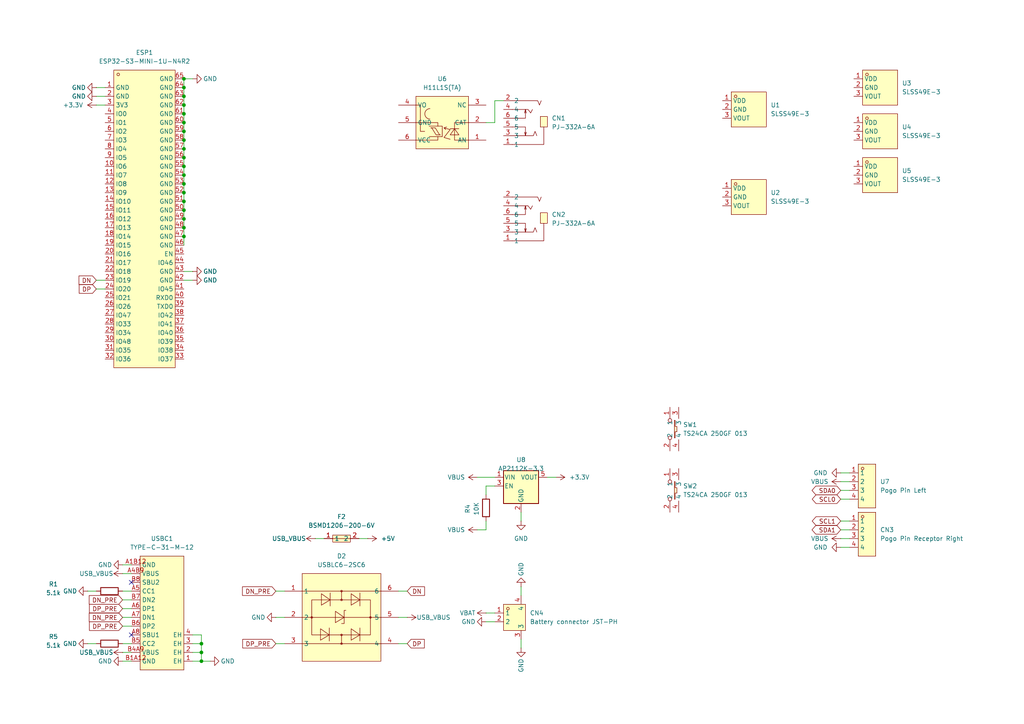
<source format=kicad_sch>
(kicad_sch (version 20250114) (generator "eeschema") (generator_version "9.0")
  (paper "A4")
  (lib_symbols
    (symbol "Device:R" (pin_numbers (hide yes)) (pin_names (offset 0))
      (property "Reference" "R" (at 2.032 0 90))
      (property "Value" "R" (at 0 0 90))
      (symbol "R_0_1"
        (rectangle (start -1.016 -2.54) (end 1.016 2.54) (stroke (width 0.254)))
      )
      (symbol "R_1_1"
        (pin passive line (at 0 3.81 270) (length 1.27) (name "~") (number "1"))
        (pin passive line (at 0 -3.81 90) (length 1.27) (name "~") (number "2"))
      )
    )
    (symbol "Regulator_Linear:AP2112K-3.3" (pin_names (offset 0.254))
      (property "Reference" "U" (at -5.08 5.715 0))
      (property "Value" "AP2112K-3.3" (at 0 5.715 0))
      (symbol "AP2112K-3.3_0_1"
        (rectangle (start -5.08 4.445) (end 5.08 -5.08) (stroke (width 0.254)) (fill (type background)))
      )
      (symbol "AP2112K-3.3_1_1"
        (pin power_in line (at -7.62 2.54 0) (length 2.54) (name "VIN") (number "1"))
        (pin input line (at -7.62 0 0) (length 2.54) (name "EN") (number "3"))
        (pin power_in line (at 0 -7.62 90) (length 2.54) (name "GND") (number "2"))
        (pin no_connect line (at 5.08 0 180) (length 2.54) (hide yes) (name "NC") (number "4"))
        (pin power_out line (at 7.62 2.54 180) (length 2.54) (name "VOUT") (number "5"))
      )
    )
    (symbol "easyeda2kicad:BSMD1206-200-6V"
      (property "Reference" "F" (at 0 5.08 0))
      (property "Value" "BSMD1206-200-6V" (at 0 -5.08 0))
      (symbol "BSMD1206-200-6V_0_1"
        (rectangle (start -2.54 1.02) (end 2.54 -1.02) (fill (type background)))
        (polyline (pts (xy -2.54 0) (xy 2.54 0)))
        (pin unspecified line (at -5.08 0 0) (length 2.54) (name "1") (number "1"))
        (pin unspecified line (at 5.08 0 180) (length 2.54) (name "2") (number "2"))
      )
    )
    (symbol "easyeda2kicad:ESP32-S3-MINI-1U-N4R2"
      (property "Reference" "ESP" (at 0 45.72 0))
      (property "Value" "ESP32-S3-MINI-1U-N4R2" (at 0 -45.72 0))
      (symbol "ESP32-S3-MINI-1U-N4R2_0_1"
        (rectangle (start -10.16 43.18) (end 7.62 -43.18) (fill (type background)))
        (circle (center -8.89 41.91) (radius 0.38))
        (pin unspecified line (at -12.7 38.1 0) (length 2.54) (name "GND") (number "1"))
        (pin unspecified line (at -12.7 35.56 0) (length 2.54) (name "GND") (number "2"))
        (pin unspecified line (at -12.7 33.02 0) (length 2.54) (name "3V3") (number "3"))
        (pin unspecified line (at -12.7 30.48 0) (length 2.54) (name "IO0") (number "4"))
        (pin unspecified line (at -12.7 27.94 0) (length 2.54) (name "IO1") (number "5"))
        (pin unspecified line (at -12.7 25.4 0) (length 2.54) (name "IO2") (number "6"))
        (pin unspecified line (at -12.7 22.86 0) (length 2.54) (name "IO3") (number "7"))
        (pin unspecified line (at -12.7 20.32 0) (length 2.54) (name "IO4") (number "8"))
        (pin unspecified line (at -12.7 17.78 0) (length 2.54) (name "IO5") (number "9"))
        (pin unspecified line (at -12.7 15.24 0) (length 2.54) (name "IO6") (number "10"))
        (pin unspecified line (at -12.7 12.7 0) (length 2.54) (name "IO7") (number "11"))
        (pin unspecified line (at -12.7 10.16 0) (length 2.54) (name "IO8") (number "12"))
        (pin unspecified line (at -12.7 7.62 0) (length 2.54) (name "IO9") (number "13"))
        (pin unspecified line (at -12.7 5.08 0) (length 2.54) (name "IO10") (number "14"))
        (pin unspecified line (at -12.7 2.54 0) (length 2.54) (name "IO11") (number "15"))
        (pin unspecified line (at -12.7 0 0) (length 2.54) (name "IO12") (number "16"))
        (pin unspecified line (at -12.7 -2.54 0) (length 2.54) (name "IO13") (number "17"))
        (pin unspecified line (at -12.7 -5.08 0) (length 2.54) (name "IO14") (number "18"))
        (pin unspecified line (at -12.7 -7.62 0) (length 2.54) (name "IO15") (number "19"))
        (pin unspecified line (at -12.7 -10.16 0) (length 2.54) (name "IO16") (number "20"))
        (pin unspecified line (at -12.7 -12.7 0) (length 2.54) (name "IO17") (number "21"))
        (pin unspecified line (at -12.7 -15.24 0) (length 2.54) (name "IO18") (number "22"))
        (pin unspecified line (at -12.7 -17.78 0) (length 2.54) (name "IO19") (number "23"))
        (pin unspecified line (at -12.7 -20.32 0) (length 2.54) (name "IO20") (number "24"))
        (pin unspecified line (at -12.7 -22.86 0) (length 2.54) (name "IO21") (number "25"))
        (pin unspecified line (at -12.7 -25.4 0) (length 2.54) (name "IO26") (number "26"))
        (pin unspecified line (at -12.7 -27.94 0) (length 2.54) (name "IO47") (number "27"))
        (pin unspecified line (at -12.7 -30.48 0) (length 2.54) (name "IO33") (number "28"))
        (pin unspecified line (at -12.7 -33.02 0) (length 2.54) (name "IO34") (number "29"))
        (pin unspecified line (at -12.7 -35.56 0) (length 2.54) (name "IO48") (number "30"))
        (pin unspecified line (at -12.7 -38.1 0) (length 2.54) (name "IO35") (number "31"))
        (pin unspecified line (at -12.7 -40.64 0) (length 2.54) (name "IO36") (number "32"))
        (pin unspecified line (at 10.16 40.64 180) (length 2.54) (name "GND") (number "65"))
        (pin unspecified line (at 10.16 38.1 180) (length 2.54) (name "GND") (number "64"))
        (pin unspecified line (at 10.16 35.56 180) (length 2.54) (name "GND") (number "63"))
        (pin unspecified line (at 10.16 33.02 180) (length 2.54) (name "GND") (number "62"))
        (pin unspecified line (at 10.16 30.48 180) (length 2.54) (name "GND") (number "61"))
        (pin unspecified line (at 10.16 27.94 180) (length 2.54) (name "GND") (number "60"))
        (pin unspecified line (at 10.16 25.4 180) (length 2.54) (name "GND") (number "59"))
        (pin unspecified line (at 10.16 22.86 180) (length 2.54) (name "GND") (number "58"))
        (pin unspecified line (at 10.16 20.32 180) (length 2.54) (name "GND") (number "57"))
        (pin unspecified line (at 10.16 17.78 180) (length 2.54) (name "GND") (number "56"))
        (pin unspecified line (at 10.16 15.24 180) (length 2.54) (name "GND") (number "55"))
        (pin unspecified line (at 10.16 12.7 180) (length 2.54) (name "GND") (number "54"))
        (pin unspecified line (at 10.16 10.16 180) (length 2.54) (name "GND") (number "53"))
        (pin unspecified line (at 10.16 7.62 180) (length 2.54) (name "GND") (number "52"))
        (pin unspecified line (at 10.16 5.08 180) (length 2.54) (name "GND") (number "51"))
        (pin unspecified line (at 10.16 2.54 180) (length 2.54) (name "GND") (number "50"))
        (pin unspecified line (at 10.16 0 180) (length 2.54) (name "GND") (number "49"))
        (pin unspecified line (at 10.16 -2.54 180) (length 2.54) (name "GND") (number "48"))
        (pin unspecified line (at 10.16 -5.08 180) (length 2.54) (name "GND") (number "47"))
        (pin unspecified line (at 10.16 -7.62 180) (length 2.54) (name "GND") (number "46"))
        (pin unspecified line (at 10.16 -10.16 180) (length 2.54) (name "EN") (number "45"))
        (pin unspecified line (at 10.16 -12.7 180) (length 2.54) (name "IO46") (number "44"))
        (pin unspecified line (at 10.16 -15.24 180) (length 2.54) (name "GND") (number "43"))
        (pin unspecified line (at 10.16 -17.78 180) (length 2.54) (name "GND") (number "42"))
        (pin unspecified line (at 10.16 -20.32 180) (length 2.54) (name "IO45") (number "41"))
        (pin unspecified line (at 10.16 -22.86 180) (length 2.54) (name "RXD0") (number "40"))
        (pin unspecified line (at 10.16 -25.4 180) (length 2.54) (name "TXD0") (number "39"))
        (pin unspecified line (at 10.16 -27.94 180) (length 2.54) (name "IO42") (number "38"))
        (pin unspecified line (at 10.16 -30.48 180) (length 2.54) (name "IO41") (number "37"))
        (pin unspecified line (at 10.16 -33.02 180) (length 2.54) (name "IO40") (number "36"))
        (pin unspecified line (at 10.16 -35.56 180) (length 2.54) (name "IO39") (number "35"))
        (pin unspecified line (at 10.16 -38.1 180) (length 2.54) (name "IO38") (number "34"))
        (pin unspecified line (at 10.16 -40.64 180) (length 2.54) (name "IO37") (number "33"))
      )
    )
    (symbol "easyeda2kicad:H11L1S(TA)"
      (property "Reference" "U" (at 0 10.16 0))
      (property "Value" "H11L1S(TA)" (at 0 -10.16 0))
      (symbol "H11L1S(TA)_0_1"
        (rectangle (start -7.62 7.62) (end 7.62 -7.62) (fill (type background)))
        (polyline (pts (xy -7.62 -5.08) (xy -1.27 -5.08) (xy -1.27 -4.06)))
        (polyline (pts (xy -5.08 -2.54) (xy -6.35 -2.54) (xy -6.35 5.08) (xy -7.62 5.08)))
        (arc (start -3.56 1.02) (mid -5.0521 2.54) (end -3.56 4.06))
        (polyline (pts (xy -3.3 -1.52) (xy -3.05 -1.52) (xy -2.03 -1.52)))
        (polyline (pts (xy -1.27 -1.02) (xy -1.27 0) (xy -7.62 0)))
        (polyline (pts (xy -0.76 -3.56) (xy -2.03 -1.52)))
        (polyline (pts (xy -0.51 -3.56) (xy -1.78 -3.56) (xy -3.05 -1.52) (xy -3.3 -1.52)))
        (polyline (pts (xy 0 -4.06) (xy -3.81 -4.06)))
        (polyline (pts (xy 0 -4.06) (xy 0 -1.02) (xy -3.81 -1.02)))
        (polyline (pts (xy 0.51 -1.52) (xy 1.27 -1.27)))
        (polyline (pts (xy 2.29 -4.83) (xy 0.51 -4.32) (xy 2.29 -2.03) (xy 0.51 -1.52) (xy 1.02 -2.03)))
        (polyline (pts (xy 4.83 -1.78) (xy 2.29 -1.78)))
        (polyline (pts (xy 4.83 -3.56) (xy 2.29 -3.56) (xy 3.56 -1.78) (xy 4.83 -3.56)) (fill (type background)))
        (polyline (pts (xy 7.62 -5.08) (xy 3.56 -5.08) (xy 3.56 0) (xy 7.62 0)))
        (pin unspecified line (at -12.7 5.08 0) (length 5.08) (name "VO") (number "4"))
        (pin unspecified line (at -12.7 0 0) (length 5.08) (name "GND") (number "5"))
        (pin unspecified line (at -12.7 -5.08 0) (length 5.08) (name "VCC") (number "6"))
        (pin unspecified line (at 12.7 5.08 180) (length 5.08) (name "NC") (number "3"))
        (pin unspecified line (at 12.7 0 180) (length 5.08) (name "CAT") (number "2"))
        (pin unspecified line (at 12.7 -5.08 180) (length 5.08) (name "AN") (number "1"))
      )
    )
    (symbol "easyeda2kicad:PJ-332A-6A"
      (property "Reference" "CN" (at 0 12.7 0))
      (property "Value" "PJ-332A-6A" (at 0 -10.16 0))
      (symbol "PJ-332A-6A_0_1"
        (rectangle (start -10.16 2.54) (end -8.13 -0.51) (fill (type background)))
        (polyline (pts (xy -3.81 5.08) (xy -3.56 4.06)))
        (polyline (pts (xy -3.81 -2.54) (xy -4.06 -1.52)))
        (polyline (pts (xy 0 7.62) (xy -9.14 7.62) (xy -9.14 2.54)))
        (polyline (pts (xy 0 5.08) (xy -6.1 5.08) (xy -6.6 3.81) (xy -7.11 5.08)))
        (polyline (pts (xy 0 2.54) (xy -3.81 2.54) (xy -3.81 5.08) (xy -4.06 4.06)))
        (polyline (pts (xy 0 0) (xy -3.81 0) (xy -3.81 -2.54) (xy -3.56 -1.52)))
        (polyline (pts (xy 0 -2.54) (xy -4.57 -2.54) (xy -5.33 -1.52) (xy -5.84 -2.54)))
        (polyline (pts (xy 0 -5.08) (xy -7.37 -5.08) (xy -7.87 -3.81) (xy -8.38 -5.08)))
        (pin unspecified line (at 2.54 7.62 180) (length 2.54) (name "1") (number "1"))
        (pin unspecified line (at 2.54 5.08 180) (length 2.54) (name "3") (number "3"))
        (pin unspecified line (at 2.54 2.54 180) (length 2.54) (name "5") (number "5"))
        (pin unspecified line (at 2.54 0 180) (length 2.54) (name "6") (number "6"))
        (pin unspecified line (at 2.54 -2.54 180) (length 2.54) (name "4") (number "4"))
        (pin unspecified line (at 2.54 -5.08 180) (length 2.54) (name "2") (number "2"))
      )
    )
    (symbol "easyeda2kicad:S2B-PH-SM4-TB(LF)(SN)"
      (property "Reference" "CN" (at 0 11.43 0))
      (property "Value" "S2B-PH-SM4-TB(LF)(SN)" (at 0 -11.43 0))
      (symbol "S2B-PH-SM4-TB(LF)(SN)_0_1"
        (rectangle (start -1.27 3.81) (end 5.08 -3.81) (fill (type background)))
        (circle (center 0 2.54) (radius 0.38))
        (pin unspecified line (at -3.81 1.27 0) (length 2.54) (name "1") (number "1"))
        (pin unspecified line (at -3.81 -1.27 0) (length 2.54) (name "2") (number "2"))
        (pin unspecified line (at 3.81 6.35 270) (length 2.54) (name "4") (number "4"))
        (pin unspecified line (at 3.81 -6.35 90) (length 2.54) (name "3") (number "3"))
      )
    )
    (symbol "easyeda2kicad:SLSS49E-3"
      (property "Reference" "U" (at 0 7.62 0))
      (property "Value" "SLSS49E-3" (at 0 -7.62 0))
      (symbol "SLSS49E-3_0_1"
        (rectangle (start -5.08 5.08) (end 5.08 -5.08) (fill (type background)))
        (circle (center -3.81 3.81) (radius 0.38))
        (pin unspecified line (at -7.62 2.54 0) (length 2.54) (name "VDD") (number "1"))
        (pin unspecified line (at -7.62 0 0) (length 2.54) (name "GND") (number "2"))
        (pin unspecified line (at -7.62 -2.54 0) (length 2.54) (name "VOUT") (number "3"))
      )
    )
    (symbol "easyeda2kicad:TS24CA250GF013"
      (property "Reference" "SW" (at 0 7.62 0))
      (property "Value" "TS24CA 250GF 013" (at 0 -5.08 0))
      (symbol "TS24CA250GF013_0_1"
        (polyline (pts (xy -3.81 1.27) (xy 1.27 1.27) (xy 1.27 1.52) (xy -0.51 1.52) (xy -0.51 2.03) (xy -2.03 2.03) (xy -2.03 1.52) (xy -3.81 1.52) (xy -3.81 1.27)) (fill (type background)))
        (circle (center -3.81 0) (radius 0.51))
        (circle (center 1.27 0) (radius 0.51))
        (pin unspecified line (at -7.62 2.54 0) (length 3.302) (name "3") (number "3"))
        (pin unspecified line (at -7.62 0 0) (length 3.302) (name "1") (number "1"))
        (pin unspecified line (at 5.08 2.54 180) (length 3.302) (name "4") (number "4"))
        (pin unspecified line (at 5.08 0 180) (length 3.302) (name "2") (number "2"))
      )
    )
    (symbol "easyeda2kicad:TYPE-C-31-M-12"
      (property "Reference" "USBC" (at 0 19.05 0))
      (property "Value" "TYPE-C-31-M-12" (at 0 -19.05 0))
      (symbol "TYPE-C-31-M-12_0_1"
        (rectangle (start -6.35 16.51) (end 6.35 -16.51) (fill (type background)))
        (pin unspecified line (at -8.89 13.97 0) (length 2.54) (name "GND") (number "A1B12"))
        (pin unspecified line (at -8.89 11.43 0) (length 2.54) (name "VBUS") (number "A4B9"))
        (pin unspecified line (at -8.89 8.89 0) (length 2.54) (name "SBU2") (number "B8"))
        (pin unspecified line (at -8.89 6.35 0) (length 2.54) (name "CC1") (number "A5"))
        (pin unspecified line (at -8.89 3.81 0) (length 2.54) (name "DN2") (number "B7"))
        (pin unspecified line (at -8.89 1.27 0) (length 2.54) (name "DP1") (number "A6"))
        (pin unspecified line (at -8.89 -1.27 0) (length 2.54) (name "DN1") (number "A7"))
        (pin unspecified line (at -8.89 -3.81 0) (length 2.54) (name "DP2") (number "B6"))
        (pin unspecified line (at -8.89 -6.35 0) (length 2.54) (name "SBU1") (number "A8"))
        (pin unspecified line (at -8.89 -8.89 0) (length 2.54) (name "CC2") (number "B5"))
        (pin unspecified line (at -8.89 -11.43 0) (length 2.54) (name "VBUS") (number "B4A9"))
        (pin unspecified line (at -8.89 -13.97 0) (length 2.54) (name "GND") (number "B1A12"))
        (pin unspecified line (at 8.89 -6.35 180) (length 2.54) (name "EH") (number "4"))
        (pin unspecified line (at 8.89 -8.89 180) (length 2.54) (name "EH") (number "3"))
        (pin unspecified line (at 8.89 -11.43 180) (length 2.54) (name "EH") (number "2"))
        (pin unspecified line (at 8.89 -13.97 180) (length 2.54) (name "EH") (number "1"))
      )
    )
    (symbol "easyeda2kicad:USBLC6-2SC6"
      (property "Reference" "D" (at 0 12.7 0))
      (property "Value" "USBLC6-2SC6" (at 0 -12.7 0))
      (symbol "USBLC6-2SC6_0_1"
        (rectangle (start -11.43 12.7) (end 11.43 -12.7) (fill (type background)))
        (polyline (pts (xy -11.43 7.62) (xy 11.43 7.62)))
        (polyline (pts (xy -11.43 0) (xy 11.43 0)))
        (polyline (pts (xy -11.43 -7.62) (xy 11.43 -7.62)))
        (circle (center -8.64 0) (radius 0.25))
        (polyline (pts (xy -8.64 0) (xy -8.64 5.08) (xy 8.38 5.08) (xy 8.38 -5.08) (xy -8.64 -5.08) (xy -8.64 0)) (fill (type background)))
        (polyline (pts (xy -6.1 -6.6) (xy -3.56 -5.08) (xy -6.1 -3.3) (xy -6.1 -6.6)) (fill (type background)))
        (polyline (pts (xy -5.84 3.56) (xy -3.3 5.08) (xy -5.84 6.86) (xy -5.84 3.56)) (fill (type background)))
        (polyline (pts (xy -3.56 -3.05) (xy -3.56 -3.05) (xy -3.56 -6.86) (xy -3.56 -6.86)))
        (polyline (pts (xy -3.3 7.11) (xy -3.3 7.11) (xy -3.3 3.3) (xy -3.3 3.3)))
        (polyline (pts (xy -1.78 -1.52) (xy 0.76 0) (xy -1.78 1.78) (xy -1.78 -1.52)) (fill (type background)))
        (circle (center 0 7.62) (radius 0.25))
        (polyline (pts (xy 0 7.62) (xy 0 5.08)))
        (circle (center 0 5.08) (radius 0.25))
        (circle (center 0 -5.08) (radius 0.25))
        (polyline (pts (xy 0 -7.62) (xy 0 -5.08)))
        (circle (center 0 -7.62) (radius 0.25))
        (polyline (pts (xy 1.27 2.03) (xy 0.76 2.03) (xy 0.76 -1.78) (xy 0 -1.78)))
        (polyline (pts (xy 2.79 3.56) (xy 5.33 5.08) (xy 2.79 6.86) (xy 2.79 3.56)) (fill (type background)))
        (polyline (pts (xy 2.79 -6.6) (xy 5.33 -5.08) (xy 2.79 -3.3) (xy 2.79 -6.6)) (fill (type background)))
        (polyline (pts (xy 5.33 7.11) (xy 5.33 7.11) (xy 5.33 3.3) (xy 5.33 3.3)))
        (polyline (pts (xy 5.33 -3.05) (xy 5.33 -3.05) (xy 5.33 -6.86) (xy 5.33 -6.86)))
        (circle (center 8.38 0) (radius 0.25))
        (pin input line (at -16.51 7.62 0) (length 5.08) (name "1") (number "1"))
        (pin input line (at -16.51 0 0) (length 5.08) (name "2") (number "2"))
        (pin input line (at -16.51 -7.62 0) (length 5.08) (name "3") (number "3"))
        (pin input line (at 16.51 7.62 180) (length 5.08) (name "6") (number "6"))
        (pin input line (at 16.51 0 180) (length 5.08) (name "5") (number "5"))
        (pin input line (at 16.51 -7.62 180) (length 5.08) (name "4") (number "4"))
      )
    )
    (symbol "easyeda2kicad:YZ165615055F-04025-01"
      (property "Reference" "U" (at 0 8.89 0))
      (property "Value" "YZ165615055F-04025-01" (at 0 -8.89 0))
      (symbol "YZ165615055F-04025-01_0_1"
        (rectangle (start -2.54 6.35) (end 2.54 -6.35) (fill (type background)))
        (circle (center -1.27 5.08) (radius 0.38))
        (pin unspecified line (at -5.08 3.81 0) (length 2.54) (name "1") (number "1"))
        (pin unspecified line (at -5.08 1.27 0) (length 2.54) (name "2") (number "2"))
        (pin unspecified line (at -5.08 -1.27 0) (length 2.54) (name "3") (number "3"))
        (pin unspecified line (at -5.08 -3.81 0) (length 2.54) (name "4") (number "4"))
      )
    )
    (symbol "easyeda2kicad:YZ199315035T-04025-01"
      (property "Reference" "CN" (at 0 8.89 0))
      (property "Value" "YZ199315035T-04025-01" (at 0 -8.89 0))
      (symbol "YZ199315035T-04025-01_0_1"
        (rectangle (start -2.54 6.35) (end 2.54 -6.35) (fill (type background)))
        (circle (center -1.27 5.08) (radius 0.38))
        (pin unspecified line (at -5.08 3.81 0) (length 2.54) (name "1") (number "1"))
        (pin unspecified line (at -5.08 1.27 0) (length 2.54) (name "2") (number "2"))
        (pin unspecified line (at -5.08 -1.27 0) (length 2.54) (name "3") (number "3"))
        (pin unspecified line (at -5.08 -3.81 0) (length 2.54) (name "4") (number "4"))
      )
    )
    (symbol "power:+3.3V" (power) (pin_numbers (hide yes)) (pin_names (offset 0) (hide yes))
      (property "Value" "+3.3V" (at 0 3.556 0))
      (symbol "+3.3V_0_1"
        (polyline (pts (xy -0.762 1.27) (xy 0 2.54)))
        (polyline (pts (xy 0 2.54) (xy 0.762 1.27)))
        (polyline (pts (xy 0 0) (xy 0 2.54)))
      )
      (symbol "+3.3V_1_1"
        (pin power_in line (at 0 0 90) (length 0) (name "~") (number "1"))
      )
    )
    (symbol "power:+5V" (power) (pin_numbers (hide yes)) (pin_names (offset 0) (hide yes))
      (property "Value" "+5V" (at 0 3.556 0))
      (symbol "+5V_0_1"
        (polyline (pts (xy -0.762 1.27) (xy 0 2.54)))
        (polyline (pts (xy 0 2.54) (xy 0.762 1.27)))
        (polyline (pts (xy 0 0) (xy 0 2.54)))
      )
      (symbol "+5V_1_1"
        (pin power_in line (at 0 0 90) (length 0) (name "~") (number "1"))
      )
    )
    (symbol "power:GND" (power) (pin_numbers (hide yes)) (pin_names (offset 0) (hide yes))
      (property "Value" "GND" (at 0 -3.81 0))
      (symbol "GND_0_1"
        (polyline (pts (xy 0 0) (xy 0 -1.27) (xy 1.27 -1.27) (xy 0 -2.54) (xy -1.27 -1.27) (xy 0 -1.27)))
      )
      (symbol "GND_1_1"
        (pin power_in line (at 0 0 270) (length 0) (name "~") (number "1"))
      )
    )
    (symbol "power:VBUS" (power) (pin_numbers (hide yes)) (pin_names (offset 0) (hide yes))
      (property "Value" "VBUS" (at 0 3.556 0))
      (symbol "VBUS_0_1"
        (polyline (pts (xy -0.762 1.27) (xy 0 2.54)))
        (polyline (pts (xy 0 2.54) (xy 0.762 1.27)))
        (polyline (pts (xy 0 0) (xy 0 2.54)))
      )
      (symbol "VBUS_1_1"
        (pin power_in line (at 0 0 90) (length 0) (name "~") (number "1"))
      )
    )
  )
  (junction (at 53.34 38.1))
  (junction (at 53.34 35.56))
  (junction (at 53.34 55.88))
  (junction (at 53.34 58.42))
  (junction (at 53.34 33.02))
  (junction (at 53.34 63.5))
  (junction (at 53.34 27.94))
  (junction (at 58.42 191.77))
  (junction (at 53.34 25.4))
  (junction (at 53.34 22.86))
  (junction (at 58.42 189.23))
  (junction (at 53.34 43.18))
  (junction (at 53.34 40.64))
  (junction (at 53.34 53.34))
  (junction (at 53.34 45.72))
  (junction (at 53.34 50.8))
  (junction (at 53.34 30.48))
  (junction (at 53.34 48.26))
  (junction (at 53.34 68.58))
  (junction (at 58.42 186.69))
  (junction (at 53.34 66.04))
  (junction (at 53.34 60.96))
  (no_connect (at 38.1 184.15))
  (no_connect (at 38.1 168.91))
  (wire (pts (xy 53.34 22.86) (xy 53.34 25.4)))
  (wire (pts (xy 151.13 151.13) (xy 151.13 148.59)))
  (wire (pts (xy 140.97 177.8) (xy 143.51 177.8)))
  (wire (pts (xy 243.84 153.67) (xy 246.38 153.67)))
  (wire (pts (xy 53.34 78.74) (xy 55.88 78.74)))
  (wire (pts (xy 55.88 191.77) (xy 58.42 191.77)))
  (wire (pts (xy 30.48 25.4) (xy 27.94 25.4)))
  (wire (pts (xy 53.34 68.58) (xy 53.34 71.12)))
  (wire (pts (xy 243.84 139.7) (xy 246.38 139.7)))
  (wire (pts (xy 55.88 189.23) (xy 58.42 189.23)))
  (wire (pts (xy 53.34 60.96) (xy 53.34 63.5)))
  (wire (pts (xy 53.34 63.5) (xy 53.34 66.04)))
  (wire (pts (xy 53.34 35.56) (xy 53.34 38.1)))
  (wire (pts (xy 140.97 140.97) (xy 143.51 140.97)))
  (wire (pts (xy 53.34 22.86) (xy 55.88 22.86)))
  (wire (pts (xy 53.34 27.94) (xy 53.34 30.48)))
  (wire (pts (xy 140.97 180.34) (xy 143.51 180.34)))
  (wire (pts (xy 53.34 33.02) (xy 53.34 35.56)))
  (wire (pts (xy 35.56 191.77) (xy 38.1 191.77)))
  (wire (pts (xy 58.42 189.23) (xy 58.42 191.77)))
  (wire (pts (xy 35.56 181.61) (xy 38.1 181.61)))
  (wire (pts (xy 35.56 163.83) (xy 38.1 163.83)))
  (wire (pts (xy 53.34 50.8) (xy 53.34 53.34)))
  (wire (pts (xy 151.13 170.18) (xy 151.13 172.72)))
  (wire (pts (xy 82.55 186.69) (xy 80.01 186.69)))
  (wire (pts (xy 80.01 179.07) (xy 82.55 179.07)))
  (wire (pts (xy 58.42 191.77) (xy 60.96 191.77)))
  (wire (pts (xy 53.34 45.72) (xy 53.34 48.26)))
  (wire (pts (xy 243.84 156.21) (xy 246.38 156.21)))
  (wire (pts (xy 53.34 53.34) (xy 53.34 55.88)))
  (wire (pts (xy 118.11 179.07) (xy 115.57 179.07)))
  (wire (pts (xy 243.84 144.78) (xy 246.38 144.78)))
  (wire (pts (xy 140.97 153.67) (xy 140.97 151.13)))
  (wire (pts (xy 35.56 186.69) (xy 38.1 186.69)))
  (wire (pts (xy 53.34 48.26) (xy 53.34 50.8)))
  (wire (pts (xy 161.29 138.43) (xy 158.75 138.43)))
  (wire (pts (xy 35.56 171.45) (xy 38.1 171.45)))
  (wire (pts (xy 104.14 156.21) (xy 106.68 156.21)))
  (wire (pts (xy 243.84 137.16) (xy 246.38 137.16)))
  (wire (pts (xy 243.84 142.24) (xy 246.38 142.24)))
  (wire (pts (xy 55.88 186.69) (xy 58.42 186.69)))
  (wire (pts (xy 143.51 35.56) (xy 140.97 35.56)))
  (wire (pts (xy 53.34 40.64) (xy 53.34 43.18)))
  (wire (pts (xy 58.42 186.69) (xy 58.42 189.23)))
  (wire (pts (xy 53.34 38.1) (xy 53.34 40.64)))
  (wire (pts (xy 243.84 158.75) (xy 246.38 158.75)))
  (wire (pts (xy 27.94 30.48) (xy 30.48 30.48)))
  (wire (pts (xy 27.94 81.28) (xy 30.48 81.28)))
  (wire (pts (xy 138.43 153.67) (xy 140.97 153.67)))
  (wire (pts (xy 53.34 81.28) (xy 55.88 81.28)))
  (wire (pts (xy 53.34 58.42) (xy 53.34 60.96)))
  (wire (pts (xy 140.97 140.97) (xy 140.97 143.51)))
  (wire (pts (xy 30.48 27.94) (xy 27.94 27.94)))
  (wire (pts (xy 53.34 66.04) (xy 53.34 68.58)))
  (wire (pts (xy 143.51 29.21) (xy 143.51 35.56)))
  (wire (pts (xy 35.56 166.37) (xy 38.1 166.37)))
  (wire (pts (xy 53.34 43.18) (xy 53.34 45.72)))
  (wire (pts (xy 35.56 176.53) (xy 38.1 176.53)))
  (wire (pts (xy 243.84 151.13) (xy 246.38 151.13)))
  (wire (pts (xy 53.34 30.48) (xy 53.34 33.02)))
  (wire (pts (xy 58.42 184.15) (xy 58.42 186.69)))
  (wire (pts (xy 27.94 186.69) (xy 25.4 186.69)))
  (wire (pts (xy 35.56 189.23) (xy 38.1 189.23)))
  (wire (pts (xy 138.43 138.43) (xy 143.51 138.43)))
  (wire (pts (xy 118.11 186.69) (xy 115.57 186.69)))
  (wire (pts (xy 82.55 171.45) (xy 80.01 171.45)))
  (wire (pts (xy 91.44 156.21) (xy 93.98 156.21)))
  (wire (pts (xy 35.56 173.99) (xy 38.1 173.99)))
  (wire (pts (xy 146.05 29.21) (xy 143.51 29.21)))
  (wire (pts (xy 118.11 171.45) (xy 115.57 171.45)))
  (wire (pts (xy 27.94 83.82) (xy 30.48 83.82)))
  (wire (pts (xy 55.88 184.15) (xy 58.42 184.15)))
  (wire (pts (xy 35.56 179.07) (xy 38.1 179.07)))
  (wire (pts (xy 53.34 25.4) (xy 53.34 27.94)))
  (wire (pts (xy 53.34 55.88) (xy 53.34 58.42)))
  (wire (pts (xy 151.13 187.96) (xy 151.13 185.42)))
  (wire (pts (xy 27.94 171.45) (xy 25.4 171.45)))
  (global_label "DP_PRE" (shape input) (at 35.56 181.61 180) (property "Intersheetrefs" "${INTERSHEET_REFS}" (effects (hide yes))))
  (global_label "DP_PRE" (shape input) (at 80.01 186.69 180) (property "Intersheetrefs" "${INTERSHEET_REFS}" (effects (hide yes))))
  (global_label "SDA1" (shape bidirectional) (at 243.84 153.67 180) (property "Intersheetrefs" "${INTERSHEET_REFS}" (effects (hide yes))))
  (global_label "DN_PRE" (shape input) (at 35.56 179.07 180) (property "Intersheetrefs" "${INTERSHEET_REFS}" (effects (hide yes))))
  (global_label "DN_PRE" (shape input) (at 35.56 173.99 180) (property "Intersheetrefs" "${INTERSHEET_REFS}" (effects (hide yes))))
  (global_label "SCL0" (shape bidirectional) (at 243.84 144.78 180) (property "Intersheetrefs" "${INTERSHEET_REFS}" (effects (hide yes))))
  (global_label "DP_PRE" (shape input) (at 35.56 176.53 180) (property "Intersheetrefs" "${INTERSHEET_REFS}" (effects (hide yes))))
  (global_label "SCL1" (shape bidirectional) (at 243.84 151.13 180) (property "Intersheetrefs" "${INTERSHEET_REFS}" (effects (hide yes))))
  (global_label "SDA0" (shape bidirectional) (at 243.84 142.24 180) (property "Intersheetrefs" "${INTERSHEET_REFS}" (effects (hide yes))))
  (global_label "DN_PRE" (shape input) (at 80.01 171.45 180) (property "Intersheetrefs" "${INTERSHEET_REFS}" (effects (hide yes))))
  (global_label "DP" (shape input) (at 27.94 83.82 180) (property "Intersheetrefs" "${INTERSHEET_REFS}" (effects (hide yes))))
  (global_label "DN" (shape input) (at 118.11 171.45 0) (property "Intersheetrefs" "${INTERSHEET_REFS}" (effects (hide yes))))
  (global_label "DP" (shape input) (at 118.11 186.69 0) (property "Intersheetrefs" "${INTERSHEET_REFS}" (effects (hide yes))))
  (global_label "DN" (shape input) (at 27.94 81.28 180) (property "Intersheetrefs" "${INTERSHEET_REFS}" (effects (hide yes))))
  (symbol (lib_id "power:GND") (at 35.56 191.77 270) (mirror x) (unit 1)
    (property "Reference" "#PWR08" (effects (hide yes)))
    (property "Value" "GND" (at 30.48 191.77 90))
    (property "Description" "Power symbol creates a global label with name \"GND\" , ground" (effects (hide yes)))
  )
  (symbol (lib_id "Device:R") (at 140.97 147.32 0) (unit 1)
    (property "Reference" "R4" (at 135.636 147.574 90))
    (property "Value" "10K" (at 138.176 147.574 90))
    (property "Footprint" "Resistor_SMD:R_0402_1005Metric" (effects (hide yes)))
    (property "Description" "Resistor" (effects (hide yes)))
  )
  (symbol (lib_id "power:GND") (at 60.96 191.77 90) (mirror x) (unit 1)
    (property "Reference" "#PWR09" (effects (hide yes)))
    (property "Value" "GND" (at 66.04 191.77 90))
    (property "Description" "Power symbol creates a global label with name \"GND\" , ground" (effects (hide yes)))
  )
  (symbol (lib_id "easyeda2kicad:YZ165615055F-04025-01") (at 251.46 140.97 0) (unit 1)
    (property "Reference" "U7" (at 255.27 139.6999 0) (effects (justify left)))
    (property "Value" "Pogo Pin Left" (at 255.27 142.2399 0) (effects (justify left)))
    (property "Footprint" "easyeda2kicad:CONN-SMD_4P-L11.0-W5.5-P2.50_YZ165615055F-04025-01" (effects (hide yes)))
    (property "LCSC Part" "C5296819" (effects (hide yes)))
  )
  (symbol (lib_id "power:GND") (at 80.01 179.07 270) (mirror x) (unit 1)
    (property "Reference" "#PWR0120" (effects (hide yes)))
    (property "Value" "GND" (at 74.93 179.07 90))
    (property "Description" "Power symbol creates a global label with name \"GND\" , ground" (effects (hide yes)))
  )
  (symbol (lib_id "easyeda2kicad:BSMD1206-200-6V") (at 99.06 156.21 0) (unit 1)
    (property "Reference" "F2" (at 99.06 149.86 0))
    (property "Value" "BSMD1206-200-6V" (at 99.06 152.4 0))
    (property "Footprint" "easyeda2kicad:F1206" (effects (hide yes)))
    (property "Datasheet" "https://lcsc.com/product-detail/PTC-Resettable-Fuses_BHFUSE-BSMD1206-200-6V_C883134.html" (effects (hide yes)))
    (property "LCSC Part" "C883134" (effects (hide yes)))
  )
  (symbol (lib_id "power:VBUS") (at 138.43 138.43 90) (unit 1)
    (property "Reference" "#PWR090" (effects (hide yes)))
    (property "Value" "VBUS" (at 132.334 138.43 90))
    (property "Description" "Power symbol creates a global label with name \"VBUS\"" (effects (hide yes)))
  )
  (symbol (lib_id "easyeda2kicad:H11L1S(TA)") (at 128.27 35.56 0) (unit 1)
    (property "Reference" "U6" (at 128.27 22.86 0))
    (property "Value" "H11L1S(TA)" (at 128.27 25.4 0))
    (property "Footprint" "easyeda2kicad:SMD-6_L7.3-W6.5-P2.54-LS10.2-BL" (effects (hide yes)))
    (property "Datasheet" "https://lcsc.com/product-detail/SMD-Optocouplers_H11L1S-TA_C78589.html" (effects (hide yes)))
    (property "LCSC Part" "C78589" (effects (hide yes)))
  )
  (symbol (lib_id "easyeda2kicad:SLSS49E-3") (at 255.27 25.4 0) (unit 1)
    (property "Reference" "U3" (at 261.62 24.1299 0) (effects (justify left)))
    (property "Value" "SLSS49E-3" (at 261.62 26.6699 0) (effects (justify left)))
    (property "Footprint" "samparts:SLSS49E_Hall_Switch_MX" (effects (hide yes)))
    (property "LCSC Part" "C2904393" (effects (hide yes)))
  )
  (symbol (lib_id "power:GND") (at 35.56 163.83 270) (mirror x) (unit 1)
    (property "Reference" "#PWR07" (effects (hide yes)))
    (property "Value" "GND" (at 30.48 163.83 90))
    (property "Description" "Power symbol creates a global label with name \"GND\" , ground" (effects (hide yes)))
  )
  (symbol (lib_id "power:GND") (at 27.94 25.4 270) (mirror x) (unit 1)
    (property "Reference" "#PWR014" (effects (hide yes)))
    (property "Value" "GND" (at 22.86 25.4 90))
    (property "Description" "Power symbol creates a global label with name \"GND\" , ground" (effects (hide yes)))
  )
  (symbol (lib_id "Device:R") (at 31.75 171.45 90) (unit 1)
    (property "Reference" "R1" (at 15.494 169.418 90))
    (property "Value" "5.1k" (at 15.494 171.958 90))
    (property "Footprint" "Resistor_SMD:R_0402_1005Metric" (effects (hide yes)))
    (property "Description" "Resistor" (effects (hide yes)))
  )
  (symbol (lib_id "easyeda2kicad:SLSS49E-3") (at 217.17 31.75 0) (unit 1)
    (property "Reference" "U1" (at 223.52 30.4799 0) (effects (justify left)))
    (property "Value" "SLSS49E-3" (at 223.52 33.0199 0) (effects (justify left)))
    (property "Footprint" "samparts:SLSS49E_Hall_Switch_MX" (effects (hide yes)))
    (property "LCSC Part" "C2904393" (effects (hide yes)))
  )
  (symbol (lib_id "power:+5V") (at 106.68 156.21 270) (unit 1)
    (property "Reference" "#PWR018" (effects (hide yes)))
    (property "Value" "+5V" (at 110.49 156.2099 90) (effects (justify left)))
    (property "Description" "Power symbol creates a global label with name \"+5V\"" (effects (hide yes)))
  )
  (symbol (lib_id "power:GND") (at 25.4 186.69 270) (mirror x) (unit 1)
    (property "Reference" "#PWR024" (effects (hide yes)))
    (property "Value" "GND" (at 20.32 186.69 90))
    (property "Description" "Power symbol creates a global label with name \"GND\" , ground" (effects (hide yes)))
  )
  (symbol (lib_id "power:VBUS") (at 243.84 156.21 90) (unit 1)
    (property "Reference" "#PWR04" (effects (hide yes)))
    (property "Value" "VBUS" (at 237.744 156.21 90))
    (property "Description" "Power symbol creates a global label with name \"VBUS\"" (effects (hide yes)))
  )
  (symbol (lib_id "easyeda2kicad:PJ-332A-6A") (at 148.59 34.29 180) (unit 1)
    (property "Reference" "CN1" (at 160.02 34.2899 0) (effects (justify right)))
    (property "Value" "PJ-332A-6A" (at 160.02 36.8299 0) (effects (justify right)))
    (property "Footprint" "easyeda2kicad:AUDIO-SMD_PJ-332A-6A" (effects (hide yes)))
    (property "LCSC Part" "C2848643" (effects (hide yes)))
  )
  (symbol (lib_id "power:GND") (at 151.13 170.18 0) (mirror x) (unit 1)
    (property "Reference" "#PWR022" (effects (hide yes)))
    (property "Value" "GND" (at 151.13 165.1 90))
    (property "Description" "Power symbol creates a global label with name \"GND\" , ground" (effects (hide yes)))
  )
  (symbol (lib_id "power:VBUS") (at 118.11 179.07 270) (unit 1)
    (property "Reference" "#PWR0121" (effects (hide yes)))
    (property "Value" "USB_VBUS" (at 125.73 179.07 90))
    (property "Description" "Power symbol creates a global label with name \"VBUS\"" (effects (hide yes)))
  )
  (symbol (lib_id "power:VBUS") (at 35.56 189.23 90) (unit 1)
    (property "Reference" "#PWR05" (effects (hide yes)))
    (property "Value" "USB_VBUS" (at 27.94 189.23 90))
    (property "Description" "Power symbol creates a global label with name \"VBUS\"" (effects (hide yes)))
  )
  (symbol (lib_id "easyeda2kicad:PJ-332A-6A") (at 148.59 62.23 180) (unit 1)
    (property "Reference" "CN2" (at 160.02 62.2299 0) (effects (justify right)))
    (property "Value" "PJ-332A-6A" (at 160.02 64.7699 0) (effects (justify right)))
    (property "Footprint" "easyeda2kicad:AUDIO-SMD_PJ-332A-6A" (effects (hide yes)))
    (property "LCSC Part" "C2848643" (effects (hide yes)))
  )
  (symbol (lib_id "easyeda2kicad:S2B-PH-SM4-TB(LF)(SN)") (at 147.32 179.07 0) (unit 1)
    (property "Reference" "CN4" (at 153.67 177.7999 0) (effects (justify left)))
    (property "Value" "Battery connector JST-PH" (at 153.67 180.3399 0) (effects (justify left)))
    (property "Footprint" "easyeda2kicad:CONN-SMD_P2.00_S2B-PH-SM4-TB-LF-SN" (effects (hide yes)))
    (property "Datasheet" "https://lcsc.com/product-detail/_JST-Sales-America_S2B-PH-SM4-TB-LF-SN_JST-Sales-America-S2B-PH-SM4-TB-LF-SN_C295747.html" (effects (hide yes)))
    (property "LCSC Part" "C295747" (effects (hide yes)))
  )
  (symbol (lib_id "power:VBUS") (at 91.44 156.21 90) (unit 1)
    (property "Reference" "#PWR017" (effects (hide yes)))
    (property "Value" "USB_VBUS" (at 83.82 156.21 90))
    (property "Description" "Power symbol creates a global label with name \"VBUS\"" (effects (hide yes)))
  )
  (symbol (lib_id "easyeda2kicad:TS24CA250GF013") (at 194.31 143.51 270) (unit 1)
    (property "Reference" "SW2" (at 198.12 140.9699 90) (effects (justify left)))
    (property "Value" "TS24CA 250GF 013" (at 198.12 143.5099 90) (effects (justify left)))
    (property "Footprint" "easyeda2kicad:SW-SMD_L4.7-W3.5-P3.35-EH" (effects (hide yes)))
    (property "LCSC Part" "C5373430" (effects (hide yes)))
  )
  (symbol (lib_id "Regulator_Linear:AP2112K-3.3") (at 151.13 140.97 0) (unit 1)
    (property "Reference" "U8" (at 151.13 133.35 0))
    (property "Value" "AP2112K-3.3" (at 151.13 135.89 0))
    (property "Footprint" "Package_TO_SOT_SMD:SOT-23-5" (effects (hide yes)))
    (property "Datasheet" "https://www.diodes.com/assets/Datasheets/AP2112.pdf" (effects (hide yes)))
    (property "Description" "600mA low dropout linear regulator, with enable pin, 3.8V-6V input voltage range, 3.3V fixed positive output, SOT-23-5" (effects (hide yes)))
  )
  (symbol (lib_id "easyeda2kicad:SLSS49E-3") (at 217.17 57.15 0) (unit 1)
    (property "Reference" "U2" (at 223.52 55.8799 0) (effects (justify left)))
    (property "Value" "SLSS49E-3" (at 223.52 58.4199 0) (effects (justify left)))
    (property "Footprint" "samparts:SLSS49E_Hall_Switch_MX" (effects (hide yes)))
    (property "LCSC Part" "C2904393" (effects (hide yes)))
  )
  (symbol (lib_id "power:GND") (at 55.88 22.86 90) (mirror x) (unit 1)
    (property "Reference" "#PWR011" (effects (hide yes)))
    (property "Value" "GND" (at 60.96 22.86 90))
    (property "Description" "Power symbol creates a global label with name \"GND\" , ground" (effects (hide yes)))
  )
  (symbol (lib_id "power:+3.3V") (at 27.94 30.48 90) (unit 1)
    (property "Reference" "#PWR016" (effects (hide yes)))
    (property "Value" "+3.3V" (at 24.13 30.4799 90) (effects (justify left)))
    (property "Description" "Power symbol creates a global label with name \"+3.3V\"" (effects (hide yes)))
  )
  (symbol (lib_id "power:VBUS") (at 138.43 153.67 90) (unit 1)
    (property "Reference" "#PWR0101" (effects (hide yes)))
    (property "Value" "VBUS" (at 132.334 153.67 90))
    (property "Description" "Power symbol creates a global label with name \"VBUS\"" (effects (hide yes)))
  )
  (symbol (lib_id "easyeda2kicad:USBLC6-2SC6") (at 99.06 179.07 0) (unit 1)
    (property "Reference" "D2" (at 99.06 161.29 0))
    (property "Value" "USBLC6-2SC6" (at 99.06 163.83 0))
    (property "Footprint" "easyeda2kicad:SOT-23-6_L2.9-W1.6-P0.95-LS2.8-BL" (effects (hide yes)))
    (property "Datasheet" "https://lcsc.com/product-detail/Diodes-ESD_STMicroelectronics_USBLC6-2SC6_USBLC6-2SC6_C7519.html" (effects (hide yes)))
    (property "LCSC Part" "C7519" (effects (hide yes)))
  )
  (symbol (lib_id "power:VBUS") (at 243.84 139.7 90) (unit 1)
    (property "Reference" "#PWR03" (effects (hide yes)))
    (property "Value" "VBUS" (at 237.744 139.7 90))
    (property "Description" "Power symbol creates a global label with name \"VBUS\"" (effects (hide yes)))
  )
  (symbol (lib_id "Device:R") (at 31.75 186.69 90) (unit 1)
    (property "Reference" "R5" (at 15.494 184.658 90))
    (property "Value" "5.1k" (at 15.494 187.198 90))
    (property "Footprint" "Resistor_SMD:R_0402_1005Metric" (effects (hide yes)))
    (property "Description" "Resistor" (effects (hide yes)))
  )
  (symbol (lib_id "easyeda2kicad:SLSS49E-3") (at 255.27 50.8 0) (unit 1)
    (property "Reference" "U5" (at 261.62 49.5299 0) (effects (justify left)))
    (property "Value" "SLSS49E-3" (at 261.62 52.0699 0) (effects (justify left)))
    (property "Footprint" "samparts:SLSS49E_Hall_Switch_MX" (effects (hide yes)))
    (property "LCSC Part" "C2904393" (effects (hide yes)))
  )
  (symbol (lib_id "power:GND") (at 243.84 137.16 270) (unit 1)
    (property "Reference" "#PWR01" (effects (hide yes)))
    (property "Value" "GND" (at 240.03 137.1599 90) (effects (justify right)))
    (property "Description" "Power symbol creates a global label with name \"GND\" , ground" (effects (hide yes)))
  )
  (symbol (lib_id "power:GND") (at 151.13 151.13 0) (mirror y) (unit 1)
    (property "Reference" "#PWR0130" (effects (hide yes)))
    (property "Value" "GND" (at 151.13 156.21 0))
    (property "Description" "Power symbol creates a global label with name \"GND\" , ground" (effects (hide yes)))
  )
  (symbol (lib_id "power:GND") (at 243.84 158.75 270) (unit 1)
    (property "Reference" "#PWR02" (effects (hide yes)))
    (property "Value" "GND" (at 240.03 158.7499 90) (effects (justify right)))
    (property "Description" "Power symbol creates a global label with name \"GND\" , ground" (effects (hide yes)))
  )
  (symbol (lib_id "easyeda2kicad:TS24CA250GF013") (at 194.31 125.73 270) (unit 1)
    (property "Reference" "SW1" (at 198.12 123.1899 90) (effects (justify left)))
    (property "Value" "TS24CA 250GF 013" (at 198.12 125.7299 90) (effects (justify left)))
    (property "Footprint" "easyeda2kicad:SW-SMD_L4.7-W3.5-P3.35-EH" (effects (hide yes)))
    (property "LCSC Part" "C5373430" (effects (hide yes)))
  )
  (symbol (lib_id "easyeda2kicad:SLSS49E-3") (at 255.27 38.1 0) (unit 1)
    (property "Reference" "U4" (at 261.62 36.8299 0) (effects (justify left)))
    (property "Value" "SLSS49E-3" (at 261.62 39.3699 0) (effects (justify left)))
    (property "Footprint" "samparts:SLSS49E_Hall_Switch_MX" (effects (hide yes)))
    (property "LCSC Part" "C2904393" (effects (hide yes)))
  )
  (symbol (lib_id "power:GND") (at 55.88 81.28 90) (mirror x) (unit 1)
    (property "Reference" "#PWR013" (effects (hide yes)))
    (property "Value" "GND" (at 60.96 81.28 90))
    (property "Description" "Power symbol creates a global label with name \"GND\" , ground" (effects (hide yes)))
  )
  (symbol (lib_id "easyeda2kicad:TYPE-C-31-M-12") (at 46.99 177.8 0) (unit 1)
    (property "Reference" "USBC1" (at 46.99 156.21 0))
    (property "Value" "TYPE-C-31-M-12" (at 46.99 158.75 0))
    (property "Footprint" "easyeda2kicad:USB-C_SMD-TYPE-C-31-M-12_1" (effects (hide yes)))
    (property "Datasheet" "https://lcsc.com/product-detail/USB-Type-C_Korean-Hroparts-Elec-TYPE-C-31-M-12_C165948.html" (effects (hide yes)))
    (property "LCSC Part" "C165948" (effects (hide yes)))
  )
  (symbol (lib_id "power:GND") (at 140.97 180.34 270) (mirror x) (unit 1)
    (property "Reference" "#PWR019" (effects (hide yes)))
    (property "Value" "GND" (at 135.89 180.34 90))
    (property "Description" "Power symbol creates a global label with name \"GND\" , ground" (effects (hide yes)))
  )
  (symbol (lib_id "power:GND") (at 151.13 187.96 0) (mirror y) (unit 1)
    (property "Reference" "#PWR021" (effects (hide yes)))
    (property "Value" "GND" (at 151.13 193.04 90))
    (property "Description" "Power symbol creates a global label with name \"GND\" , ground" (effects (hide yes)))
  )
  (symbol (lib_id "power:VBUS") (at 140.97 177.8 90) (unit 1)
    (property "Reference" "#PWR020" (effects (hide yes)))
    (property "Value" "VBAT" (at 135.636 177.8 90))
    (property "Description" "Power symbol creates a global label with name \"VBUS\"" (effects (hide yes)))
  )
  (symbol (lib_id "power:GND") (at 25.4 171.45 270) (mirror x) (unit 1)
    (property "Reference" "#PWR010" (effects (hide yes)))
    (property "Value" "GND" (at 20.32 171.45 90))
    (property "Description" "Power symbol creates a global label with name \"GND\" , ground" (effects (hide yes)))
  )
  (symbol (lib_id "easyeda2kicad:ESP32-S3-MINI-1U-N4R2") (at 43.18 63.5 0) (unit 1)
    (property "Reference" "ESP1" (at 41.91 15.24 0))
    (property "Value" "ESP32-S3-MINI-1U-N4R2" (at 41.91 17.78 0))
    (property "Footprint" "easyeda2kicad:BULETM-SMD_ESPRESSIF_ESP32-S3-MINI-1U-N8" (effects (hide yes)))
    (property "LCSC Part" "C22356044" (effects (hide yes)))
  )
  (symbol (lib_id "easyeda2kicad:YZ199315035T-04025-01") (at 251.46 154.94 0) (unit 1)
    (property "Reference" "CN3" (at 255.27 153.6699 0) (effects (justify left)))
    (property "Value" "Pogo Pin Receptor Right" (at 255.27 156.2099 0) (effects (justify left)))
    (property "Footprint" "easyeda2kicad:CONN-SMD_YZ199315035T-04025-01" (effects (hide yes)))
    (property "LCSC Part" "C5296825" (effects (hide yes)))
  )
  (symbol (lib_id "power:GND") (at 27.94 27.94 270) (mirror x) (unit 1)
    (property "Reference" "#PWR015" (effects (hide yes)))
    (property "Value" "GND" (at 22.86 27.94 90))
    (property "Description" "Power symbol creates a global label with name \"GND\" , ground" (effects (hide yes)))
  )
  (symbol (lib_id "power:+3.3V") (at 161.29 138.43 270) (unit 1)
    (property "Reference" "#PWR023" (effects (hide yes)))
    (property "Value" "+3.3V" (at 165.1 138.4301 90) (effects (justify left)))
    (property "Description" "Power symbol creates a global label with name \"+3.3V\"" (effects (hide yes)))
  )
  (symbol (lib_id "power:GND") (at 55.88 78.74 90) (mirror x) (unit 1)
    (property "Reference" "#PWR012" (effects (hide yes)))
    (property "Value" "GND" (at 60.96 78.74 90))
    (property "Description" "Power symbol creates a global label with name \"GND\" , ground" (effects (hide yes)))
  )
  (symbol (lib_id "power:VBUS") (at 35.56 166.37 90) (unit 1)
    (property "Reference" "#PWR06" (effects (hide yes)))
    (property "Value" "USB_VBUS" (at 27.94 166.37 90))
    (property "Description" "Power symbol creates a global label with name \"VBUS\"" (effects (hide yes)))
  )
)
</source>
